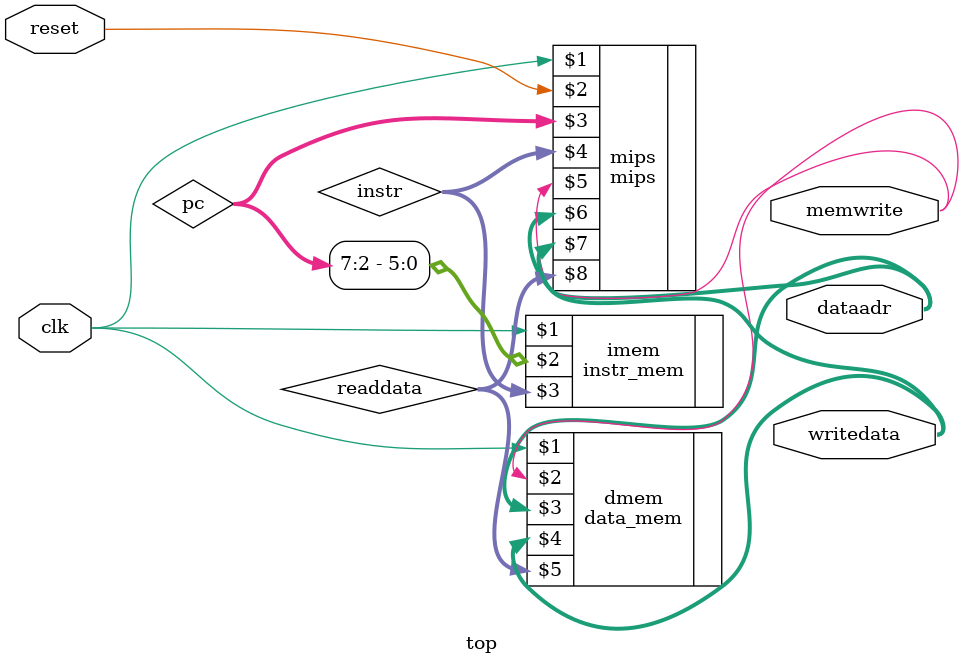
<source format=v>
`timescale 1ns / 1ps
  module top(
   input wire clk, reset,
   output wire [31:0] writedata, dataadr,
   output wire memwrite
	);
	
   wire [31:0] pc, instr, readdata;
// instantiate processor and memories
   mips mips(clk, reset, pc, instr, memwrite, dataadr, writedata, readdata);
   instr_mem imem(clk, pc[7:2], instr);
   data_mem dmem(clk, memwrite, dataadr, writedata, readdata);
	
  endmodule

</source>
